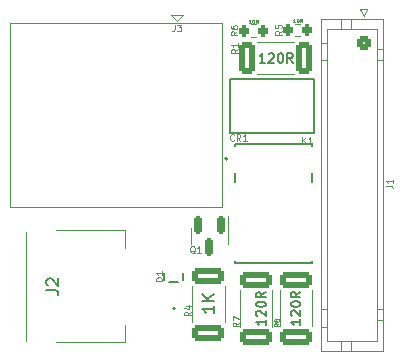
<source format=gbr>
%TF.GenerationSoftware,KiCad,Pcbnew,(6.0.5-0)*%
%TF.CreationDate,2022-06-16T12:53:31+02:00*%
%TF.ProjectId,Relay,52656c61-792e-46b6-9963-61645f706362,rev?*%
%TF.SameCoordinates,Original*%
%TF.FileFunction,Legend,Top*%
%TF.FilePolarity,Positive*%
%FSLAX46Y46*%
G04 Gerber Fmt 4.6, Leading zero omitted, Abs format (unit mm)*
G04 Created by KiCad (PCBNEW (6.0.5-0)) date 2022-06-16 12:53:31*
%MOMM*%
%LPD*%
G01*
G04 APERTURE LIST*
G04 Aperture macros list*
%AMRoundRect*
0 Rectangle with rounded corners*
0 $1 Rounding radius*
0 $2 $3 $4 $5 $6 $7 $8 $9 X,Y pos of 4 corners*
0 Add a 4 corners polygon primitive as box body*
4,1,4,$2,$3,$4,$5,$6,$7,$8,$9,$2,$3,0*
0 Add four circle primitives for the rounded corners*
1,1,$1+$1,$2,$3*
1,1,$1+$1,$4,$5*
1,1,$1+$1,$6,$7*
1,1,$1+$1,$8,$9*
0 Add four rect primitives between the rounded corners*
20,1,$1+$1,$2,$3,$4,$5,0*
20,1,$1+$1,$4,$5,$6,$7,0*
20,1,$1+$1,$6,$7,$8,$9,0*
20,1,$1+$1,$8,$9,$2,$3,0*%
G04 Aperture macros list end*
%ADD10C,0.150000*%
%ADD11C,0.080000*%
%ADD12C,0.060000*%
%ADD13C,0.050000*%
%ADD14C,0.120000*%
%ADD15C,0.127000*%
%ADD16C,0.200000*%
%ADD17O,0.650000X0.950000*%
%ADD18C,0.650000*%
%ADD19O,1.800000X0.950000*%
%ADD20O,1.400000X0.800000*%
%ADD21R,0.800000X0.300000*%
%ADD22R,1.800000X1.340000*%
%ADD23RoundRect,0.249999X-1.075001X0.450001X-1.075001X-0.450001X1.075001X-0.450001X1.075001X0.450001X0*%
%ADD24RoundRect,0.200000X0.200000X0.275000X-0.200000X0.275000X-0.200000X-0.275000X0.200000X-0.275000X0*%
%ADD25C,3.200000*%
%ADD26R,1.500000X1.500000*%
%ADD27C,1.500000*%
%ADD28RoundRect,0.150000X-0.150000X0.587500X-0.150000X-0.587500X0.150000X-0.587500X0.150000X0.587500X0*%
%ADD29R,1.200000X1.500000*%
%ADD30R,4.650000X4.150000*%
%ADD31RoundRect,0.250000X-0.350000X0.350000X-0.350000X-0.350000X0.350000X-0.350000X0.350000X0.350000X0*%
%ADD32C,1.200000*%
%ADD33R,1.458000X1.458000*%
%ADD34C,1.458000*%
%ADD35RoundRect,0.249999X0.450001X1.075001X-0.450001X1.075001X-0.450001X-1.075001X0.450001X-1.075001X0*%
G04 APERTURE END LIST*
D10*
X159694047Y-74871428D02*
X160455952Y-74871428D01*
%TO.C,J2*%
X149282380Y-75533333D02*
X149996666Y-75533333D01*
X150139523Y-75580952D01*
X150234761Y-75676190D01*
X150282380Y-75819047D01*
X150282380Y-75914285D01*
X149377619Y-75104761D02*
X149330000Y-75057142D01*
X149282380Y-74961904D01*
X149282380Y-74723809D01*
X149330000Y-74628571D01*
X149377619Y-74580952D01*
X149472857Y-74533333D01*
X149568095Y-74533333D01*
X149710952Y-74580952D01*
X150282380Y-75152380D01*
X150282380Y-74533333D01*
D11*
%TO.C,D1*%
X159098809Y-74755952D02*
X158548809Y-74755952D01*
X158548809Y-74625000D01*
X158575000Y-74546428D01*
X158627380Y-74494047D01*
X158679761Y-74467857D01*
X158784523Y-74441666D01*
X158863095Y-74441666D01*
X158967857Y-74467857D01*
X159020238Y-74494047D01*
X159072619Y-74546428D01*
X159098809Y-74625000D01*
X159098809Y-74755952D01*
X159098809Y-73917857D02*
X159098809Y-74232142D01*
X159098809Y-74075000D02*
X158548809Y-74075000D01*
X158627380Y-74127380D01*
X158679761Y-74179761D01*
X158705952Y-74232142D01*
D12*
%TO.C,R8*%
X168980952Y-78341666D02*
X168790476Y-78475000D01*
X168980952Y-78570238D02*
X168580952Y-78570238D01*
X168580952Y-78417857D01*
X168600000Y-78379761D01*
X168619047Y-78360714D01*
X168657142Y-78341666D01*
X168714285Y-78341666D01*
X168752380Y-78360714D01*
X168771428Y-78379761D01*
X168790476Y-78417857D01*
X168790476Y-78570238D01*
X168752380Y-78113095D02*
X168733333Y-78151190D01*
X168714285Y-78170238D01*
X168676190Y-78189285D01*
X168657142Y-78189285D01*
X168619047Y-78170238D01*
X168600000Y-78151190D01*
X168580952Y-78113095D01*
X168580952Y-78036904D01*
X168600000Y-77998809D01*
X168619047Y-77979761D01*
X168657142Y-77960714D01*
X168676190Y-77960714D01*
X168714285Y-77979761D01*
X168733333Y-77998809D01*
X168752380Y-78036904D01*
X168752380Y-78113095D01*
X168771428Y-78151190D01*
X168790476Y-78170238D01*
X168828571Y-78189285D01*
X168904761Y-78189285D01*
X168942857Y-78170238D01*
X168961904Y-78151190D01*
X168980952Y-78113095D01*
X168980952Y-78036904D01*
X168961904Y-77998809D01*
X168942857Y-77979761D01*
X168904761Y-77960714D01*
X168828571Y-77960714D01*
X168790476Y-77979761D01*
X168771428Y-77998809D01*
X168752380Y-78036904D01*
D10*
X170771904Y-77983333D02*
X170771904Y-78440476D01*
X170771904Y-78211904D02*
X169971904Y-78211904D01*
X170086190Y-78288095D01*
X170162380Y-78364285D01*
X170200476Y-78440476D01*
X170048095Y-77678571D02*
X170010000Y-77640476D01*
X169971904Y-77564285D01*
X169971904Y-77373809D01*
X170010000Y-77297619D01*
X170048095Y-77259523D01*
X170124285Y-77221428D01*
X170200476Y-77221428D01*
X170314761Y-77259523D01*
X170771904Y-77716666D01*
X170771904Y-77221428D01*
X169971904Y-76726190D02*
X169971904Y-76650000D01*
X170010000Y-76573809D01*
X170048095Y-76535714D01*
X170124285Y-76497619D01*
X170276666Y-76459523D01*
X170467142Y-76459523D01*
X170619523Y-76497619D01*
X170695714Y-76535714D01*
X170733809Y-76573809D01*
X170771904Y-76650000D01*
X170771904Y-76726190D01*
X170733809Y-76802380D01*
X170695714Y-76840476D01*
X170619523Y-76878571D01*
X170467142Y-76916666D01*
X170276666Y-76916666D01*
X170124285Y-76878571D01*
X170048095Y-76840476D01*
X170010000Y-76802380D01*
X169971904Y-76726190D01*
X170771904Y-75659523D02*
X170390952Y-75926190D01*
X170771904Y-76116666D02*
X169971904Y-76116666D01*
X169971904Y-75811904D01*
X170010000Y-75735714D01*
X170048095Y-75697619D01*
X170124285Y-75659523D01*
X170238571Y-75659523D01*
X170314761Y-75697619D01*
X170352857Y-75735714D01*
X170390952Y-75811904D01*
X170390952Y-76116666D01*
D11*
%TO.C,R7*%
X165598809Y-78266666D02*
X165336904Y-78450000D01*
X165598809Y-78580952D02*
X165048809Y-78580952D01*
X165048809Y-78371428D01*
X165075000Y-78319047D01*
X165101190Y-78292857D01*
X165153571Y-78266666D01*
X165232142Y-78266666D01*
X165284523Y-78292857D01*
X165310714Y-78319047D01*
X165336904Y-78371428D01*
X165336904Y-78580952D01*
X165048809Y-78083333D02*
X165048809Y-77716666D01*
X165598809Y-77952380D01*
D10*
X167836904Y-78013333D02*
X167836904Y-78470476D01*
X167836904Y-78241904D02*
X167036904Y-78241904D01*
X167151190Y-78318095D01*
X167227380Y-78394285D01*
X167265476Y-78470476D01*
X167113095Y-77708571D02*
X167075000Y-77670476D01*
X167036904Y-77594285D01*
X167036904Y-77403809D01*
X167075000Y-77327619D01*
X167113095Y-77289523D01*
X167189285Y-77251428D01*
X167265476Y-77251428D01*
X167379761Y-77289523D01*
X167836904Y-77746666D01*
X167836904Y-77251428D01*
X167036904Y-76756190D02*
X167036904Y-76680000D01*
X167075000Y-76603809D01*
X167113095Y-76565714D01*
X167189285Y-76527619D01*
X167341666Y-76489523D01*
X167532142Y-76489523D01*
X167684523Y-76527619D01*
X167760714Y-76565714D01*
X167798809Y-76603809D01*
X167836904Y-76680000D01*
X167836904Y-76756190D01*
X167798809Y-76832380D01*
X167760714Y-76870476D01*
X167684523Y-76908571D01*
X167532142Y-76946666D01*
X167341666Y-76946666D01*
X167189285Y-76908571D01*
X167113095Y-76870476D01*
X167075000Y-76832380D01*
X167036904Y-76756190D01*
X167836904Y-75689523D02*
X167455952Y-75956190D01*
X167836904Y-76146666D02*
X167036904Y-76146666D01*
X167036904Y-75841904D01*
X167075000Y-75765714D01*
X167113095Y-75727619D01*
X167189285Y-75689523D01*
X167303571Y-75689523D01*
X167379761Y-75727619D01*
X167417857Y-75765714D01*
X167455952Y-75841904D01*
X167455952Y-76146666D01*
D11*
%TO.C,R6*%
X165448809Y-53616666D02*
X165186904Y-53800000D01*
X165448809Y-53930952D02*
X164898809Y-53930952D01*
X164898809Y-53721428D01*
X164925000Y-53669047D01*
X164951190Y-53642857D01*
X165003571Y-53616666D01*
X165082142Y-53616666D01*
X165134523Y-53642857D01*
X165160714Y-53669047D01*
X165186904Y-53721428D01*
X165186904Y-53930952D01*
X164898809Y-53145238D02*
X164898809Y-53250000D01*
X164925000Y-53302380D01*
X164951190Y-53328571D01*
X165029761Y-53380952D01*
X165134523Y-53407142D01*
X165344047Y-53407142D01*
X165396428Y-53380952D01*
X165422619Y-53354761D01*
X165448809Y-53302380D01*
X165448809Y-53197619D01*
X165422619Y-53145238D01*
X165396428Y-53119047D01*
X165344047Y-53092857D01*
X165213095Y-53092857D01*
X165160714Y-53119047D01*
X165134523Y-53145238D01*
X165108333Y-53197619D01*
X165108333Y-53302380D01*
X165134523Y-53354761D01*
X165160714Y-53380952D01*
X165213095Y-53407142D01*
D13*
X166592857Y-52910714D02*
X166421428Y-52910714D01*
X166507142Y-52910714D02*
X166507142Y-52610714D01*
X166478571Y-52653571D01*
X166450000Y-52682142D01*
X166421428Y-52696428D01*
X166778571Y-52610714D02*
X166807142Y-52610714D01*
X166835714Y-52625000D01*
X166850000Y-52639285D01*
X166864285Y-52667857D01*
X166878571Y-52725000D01*
X166878571Y-52796428D01*
X166864285Y-52853571D01*
X166850000Y-52882142D01*
X166835714Y-52896428D01*
X166807142Y-52910714D01*
X166778571Y-52910714D01*
X166750000Y-52896428D01*
X166735714Y-52882142D01*
X166721428Y-52853571D01*
X166707142Y-52796428D01*
X166707142Y-52725000D01*
X166721428Y-52667857D01*
X166735714Y-52639285D01*
X166750000Y-52625000D01*
X166778571Y-52610714D01*
X167178571Y-52910714D02*
X167078571Y-52767857D01*
X167007142Y-52910714D02*
X167007142Y-52610714D01*
X167121428Y-52610714D01*
X167150000Y-52625000D01*
X167164285Y-52639285D01*
X167178571Y-52667857D01*
X167178571Y-52710714D01*
X167164285Y-52739285D01*
X167150000Y-52753571D01*
X167121428Y-52767857D01*
X167007142Y-52767857D01*
D11*
%TO.C,J3*%
X160146666Y-53048809D02*
X160146666Y-53441666D01*
X160120476Y-53520238D01*
X160068095Y-53572619D01*
X159989523Y-53598809D01*
X159937142Y-53598809D01*
X160356190Y-53048809D02*
X160696666Y-53048809D01*
X160513333Y-53258333D01*
X160591904Y-53258333D01*
X160644285Y-53284523D01*
X160670476Y-53310714D01*
X160696666Y-53363095D01*
X160696666Y-53494047D01*
X160670476Y-53546428D01*
X160644285Y-53572619D01*
X160591904Y-53598809D01*
X160434761Y-53598809D01*
X160382380Y-53572619D01*
X160356190Y-53546428D01*
%TO.C,Q1*%
X161847619Y-72401190D02*
X161795238Y-72375000D01*
X161742857Y-72322619D01*
X161664285Y-72244047D01*
X161611904Y-72217857D01*
X161559523Y-72217857D01*
X161585714Y-72348809D02*
X161533333Y-72322619D01*
X161480952Y-72270238D01*
X161454761Y-72165476D01*
X161454761Y-71982142D01*
X161480952Y-71877380D01*
X161533333Y-71825000D01*
X161585714Y-71798809D01*
X161690476Y-71798809D01*
X161742857Y-71825000D01*
X161795238Y-71877380D01*
X161821428Y-71982142D01*
X161821428Y-72165476D01*
X161795238Y-72270238D01*
X161742857Y-72322619D01*
X161690476Y-72348809D01*
X161585714Y-72348809D01*
X162345238Y-72348809D02*
X162030952Y-72348809D01*
X162188095Y-72348809D02*
X162188095Y-71798809D01*
X162135714Y-71877380D01*
X162083333Y-71929761D01*
X162030952Y-71955952D01*
%TO.C,R5*%
X169198809Y-53566666D02*
X168936904Y-53750000D01*
X169198809Y-53880952D02*
X168648809Y-53880952D01*
X168648809Y-53671428D01*
X168675000Y-53619047D01*
X168701190Y-53592857D01*
X168753571Y-53566666D01*
X168832142Y-53566666D01*
X168884523Y-53592857D01*
X168910714Y-53619047D01*
X168936904Y-53671428D01*
X168936904Y-53880952D01*
X168648809Y-53069047D02*
X168648809Y-53330952D01*
X168910714Y-53357142D01*
X168884523Y-53330952D01*
X168858333Y-53278571D01*
X168858333Y-53147619D01*
X168884523Y-53095238D01*
X168910714Y-53069047D01*
X168963095Y-53042857D01*
X169094047Y-53042857D01*
X169146428Y-53069047D01*
X169172619Y-53095238D01*
X169198809Y-53147619D01*
X169198809Y-53278571D01*
X169172619Y-53330952D01*
X169146428Y-53357142D01*
D13*
X170342857Y-52835714D02*
X170171428Y-52835714D01*
X170257142Y-52835714D02*
X170257142Y-52535714D01*
X170228571Y-52578571D01*
X170200000Y-52607142D01*
X170171428Y-52621428D01*
X170528571Y-52535714D02*
X170557142Y-52535714D01*
X170585714Y-52550000D01*
X170600000Y-52564285D01*
X170614285Y-52592857D01*
X170628571Y-52650000D01*
X170628571Y-52721428D01*
X170614285Y-52778571D01*
X170600000Y-52807142D01*
X170585714Y-52821428D01*
X170557142Y-52835714D01*
X170528571Y-52835714D01*
X170500000Y-52821428D01*
X170485714Y-52807142D01*
X170471428Y-52778571D01*
X170457142Y-52721428D01*
X170457142Y-52650000D01*
X170471428Y-52592857D01*
X170485714Y-52564285D01*
X170500000Y-52550000D01*
X170528571Y-52535714D01*
X170928571Y-52835714D02*
X170828571Y-52692857D01*
X170757142Y-52835714D02*
X170757142Y-52535714D01*
X170871428Y-52535714D01*
X170900000Y-52550000D01*
X170914285Y-52564285D01*
X170928571Y-52592857D01*
X170928571Y-52635714D01*
X170914285Y-52664285D01*
X170900000Y-52678571D01*
X170871428Y-52692857D01*
X170757142Y-52692857D01*
D11*
%TO.C,CR1*%
X165158333Y-62821428D02*
X165132142Y-62847619D01*
X165053571Y-62873809D01*
X165001190Y-62873809D01*
X164922619Y-62847619D01*
X164870238Y-62795238D01*
X164844047Y-62742857D01*
X164817857Y-62638095D01*
X164817857Y-62559523D01*
X164844047Y-62454761D01*
X164870238Y-62402380D01*
X164922619Y-62350000D01*
X165001190Y-62323809D01*
X165053571Y-62323809D01*
X165132142Y-62350000D01*
X165158333Y-62376190D01*
X165708333Y-62873809D02*
X165525000Y-62611904D01*
X165394047Y-62873809D02*
X165394047Y-62323809D01*
X165603571Y-62323809D01*
X165655952Y-62350000D01*
X165682142Y-62376190D01*
X165708333Y-62428571D01*
X165708333Y-62507142D01*
X165682142Y-62559523D01*
X165655952Y-62585714D01*
X165603571Y-62611904D01*
X165394047Y-62611904D01*
X166232142Y-62873809D02*
X165917857Y-62873809D01*
X166075000Y-62873809D02*
X166075000Y-62323809D01*
X166022619Y-62402380D01*
X165970238Y-62454761D01*
X165917857Y-62480952D01*
%TO.C,J1*%
X178048809Y-66708333D02*
X178441666Y-66708333D01*
X178520238Y-66734523D01*
X178572619Y-66786904D01*
X178598809Y-66865476D01*
X178598809Y-66917857D01*
X178598809Y-66158333D02*
X178598809Y-66472619D01*
X178598809Y-66315476D02*
X178048809Y-66315476D01*
X178127380Y-66367857D01*
X178179761Y-66420238D01*
X178205952Y-66472619D01*
%TO.C,R4*%
X161498809Y-77341666D02*
X161236904Y-77525000D01*
X161498809Y-77655952D02*
X160948809Y-77655952D01*
X160948809Y-77446428D01*
X160975000Y-77394047D01*
X161001190Y-77367857D01*
X161053571Y-77341666D01*
X161132142Y-77341666D01*
X161184523Y-77367857D01*
X161210714Y-77394047D01*
X161236904Y-77446428D01*
X161236904Y-77655952D01*
X161132142Y-76870238D02*
X161498809Y-76870238D01*
X160922619Y-77001190D02*
X161315476Y-77132142D01*
X161315476Y-76791666D01*
D10*
X163477380Y-76864285D02*
X163477380Y-77435714D01*
X163477380Y-77150000D02*
X162477380Y-77150000D01*
X162620238Y-77245238D01*
X162715476Y-77340476D01*
X162763095Y-77435714D01*
X163477380Y-76435714D02*
X162477380Y-76435714D01*
X163477380Y-75864285D02*
X162905952Y-76292857D01*
X162477380Y-75864285D02*
X163048809Y-76435714D01*
D11*
%TO.C,K1*%
X170944047Y-63098809D02*
X170944047Y-62548809D01*
X171258333Y-63098809D02*
X171022619Y-62784523D01*
X171258333Y-62548809D02*
X170944047Y-62863095D01*
X171782142Y-63098809D02*
X171467857Y-63098809D01*
X171625000Y-63098809D02*
X171625000Y-62548809D01*
X171572619Y-62627380D01*
X171520238Y-62679761D01*
X171467857Y-62705952D01*
%TO.C,R1*%
X165473809Y-55116666D02*
X165211904Y-55300000D01*
X165473809Y-55430952D02*
X164923809Y-55430952D01*
X164923809Y-55221428D01*
X164950000Y-55169047D01*
X164976190Y-55142857D01*
X165028571Y-55116666D01*
X165107142Y-55116666D01*
X165159523Y-55142857D01*
X165185714Y-55169047D01*
X165211904Y-55221428D01*
X165211904Y-55430952D01*
X165473809Y-54592857D02*
X165473809Y-54907142D01*
X165473809Y-54750000D02*
X164923809Y-54750000D01*
X165002380Y-54802380D01*
X165054761Y-54854761D01*
X165080952Y-54907142D01*
D10*
X167791666Y-56261904D02*
X167334523Y-56261904D01*
X167563095Y-56261904D02*
X167563095Y-55461904D01*
X167486904Y-55576190D01*
X167410714Y-55652380D01*
X167334523Y-55690476D01*
X168096428Y-55538095D02*
X168134523Y-55500000D01*
X168210714Y-55461904D01*
X168401190Y-55461904D01*
X168477380Y-55500000D01*
X168515476Y-55538095D01*
X168553571Y-55614285D01*
X168553571Y-55690476D01*
X168515476Y-55804761D01*
X168058333Y-56261904D01*
X168553571Y-56261904D01*
X169048809Y-55461904D02*
X169125000Y-55461904D01*
X169201190Y-55500000D01*
X169239285Y-55538095D01*
X169277380Y-55614285D01*
X169315476Y-55766666D01*
X169315476Y-55957142D01*
X169277380Y-56109523D01*
X169239285Y-56185714D01*
X169201190Y-56223809D01*
X169125000Y-56261904D01*
X169048809Y-56261904D01*
X168972619Y-56223809D01*
X168934523Y-56185714D01*
X168896428Y-56109523D01*
X168858333Y-55957142D01*
X168858333Y-55766666D01*
X168896428Y-55614285D01*
X168934523Y-55538095D01*
X168972619Y-55500000D01*
X169048809Y-55461904D01*
X170115476Y-56261904D02*
X169848809Y-55880952D01*
X169658333Y-56261904D02*
X169658333Y-55461904D01*
X169963095Y-55461904D01*
X170039285Y-55500000D01*
X170077380Y-55538095D01*
X170115476Y-55614285D01*
X170115476Y-55728571D01*
X170077380Y-55804761D01*
X170039285Y-55842857D01*
X169963095Y-55880952D01*
X169658333Y-55880952D01*
D14*
%TO.C,J2*%
X155900000Y-78450000D02*
X155900000Y-79950000D01*
X147530000Y-70600000D02*
X147530000Y-79800000D01*
X155900000Y-70450000D02*
X150130000Y-70450000D01*
X155900000Y-79950000D02*
X150130000Y-79950000D01*
X155900000Y-70450000D02*
X155900000Y-71950000D01*
D15*
%TO.C,D1*%
X159275000Y-74075000D02*
X159275000Y-74675000D01*
X160875000Y-74075000D02*
X160875000Y-74675000D01*
D16*
X160175000Y-77075000D02*
G75*
G03*
X160175000Y-77075000I-100000J0D01*
G01*
D14*
%TO.C,R8*%
X169050000Y-75522936D02*
X169050000Y-78577064D01*
X171770000Y-75522936D02*
X171770000Y-78577064D01*
%TO.C,R7*%
X165660000Y-75552936D02*
X165660000Y-78607064D01*
X168380000Y-75552936D02*
X168380000Y-78607064D01*
%TO.C,R6*%
X167037258Y-53027500D02*
X166562742Y-53027500D01*
X167037258Y-54072500D02*
X166562742Y-54072500D01*
%TO.C,J3*%
X164180000Y-68462500D02*
X146220000Y-68462500D01*
X146220000Y-52942500D02*
X146220000Y-68462500D01*
X164180000Y-52942500D02*
X146220000Y-52942500D01*
X160800000Y-52257500D02*
X159800000Y-52257500D01*
X159800000Y-52257500D02*
X160300000Y-52757500D01*
X164180000Y-68462500D02*
X164180000Y-52942500D01*
X160300000Y-52757500D02*
X160800000Y-52257500D01*
%TO.C,Q1*%
X161515000Y-70950000D02*
X161515000Y-71600000D01*
X164635000Y-70950000D02*
X164635000Y-71600000D01*
X161515000Y-70950000D02*
X161515000Y-70300000D01*
X164635000Y-70950000D02*
X164635000Y-69275000D01*
%TO.C,R5*%
X170787258Y-52952500D02*
X170312742Y-52952500D01*
X170787258Y-53997500D02*
X170312742Y-53997500D01*
D15*
%TO.C,CR1*%
X164854000Y-57654000D02*
X171966000Y-57654000D01*
X171966000Y-57654000D02*
X171966000Y-62226000D01*
X164854000Y-62226000D02*
X164854000Y-57654000D01*
X171966000Y-62226000D02*
X164854000Y-62226000D01*
D14*
%TO.C,J1*%
X175850000Y-51732500D02*
X176450000Y-51732500D01*
X172540000Y-80652500D02*
X177760000Y-80652500D01*
X173050000Y-53392500D02*
X173050000Y-79792500D01*
X173050000Y-79792500D02*
X177250000Y-79792500D01*
X174250000Y-52532500D02*
X174250000Y-53392500D01*
X172540000Y-78622500D02*
X173050000Y-78622500D01*
X177760000Y-80652500D02*
X177760000Y-52532500D01*
X172540000Y-56062500D02*
X173050000Y-56062500D01*
X175050000Y-80652500D02*
X175050000Y-79792500D01*
X177250000Y-79792500D02*
X177250000Y-53392500D01*
X176150000Y-52332500D02*
X175850000Y-51732500D01*
X177250000Y-53392500D02*
X173050000Y-53392500D01*
X176450000Y-51732500D02*
X176150000Y-52332500D01*
X177760000Y-52532500D02*
X172540000Y-52532500D01*
X172540000Y-77122500D02*
X173050000Y-77122500D01*
X172540000Y-52532500D02*
X172540000Y-80652500D01*
X177760000Y-55122500D02*
X177250000Y-55122500D01*
X175050000Y-52532500D02*
X175050000Y-53392500D01*
X177760000Y-77122500D02*
X177250000Y-77122500D01*
X177760000Y-78062500D02*
X177250000Y-78062500D01*
X172540000Y-54562500D02*
X173050000Y-54562500D01*
X177760000Y-56062500D02*
X177250000Y-56062500D01*
X174250000Y-80652500D02*
X174250000Y-79792500D01*
%TO.C,R4*%
X164360000Y-75197936D02*
X164360000Y-78252064D01*
X161640000Y-75197936D02*
X161640000Y-78252064D01*
D15*
%TO.C,K1*%
X165264500Y-66390000D02*
X165264500Y-65640000D01*
X171764500Y-63190000D02*
X165264500Y-63190000D01*
X165264500Y-73190000D02*
X165264500Y-73039000D01*
X171764500Y-65640000D02*
X171764500Y-66390000D01*
X171764500Y-73190000D02*
X171764500Y-73039000D01*
X165264500Y-63190000D02*
X165264500Y-63341000D01*
X171764500Y-63341000D02*
X171764500Y-63190000D01*
X165264500Y-73190000D02*
X171764500Y-73190000D01*
D16*
X164599500Y-64390000D02*
G75*
G03*
X164599500Y-64390000I-100000J0D01*
G01*
D14*
%TO.C,R1*%
X170202064Y-54515000D02*
X167147936Y-54515000D01*
X170202064Y-57235000D02*
X167147936Y-57235000D01*
%TD*%
%LPC*%
D17*
%TO.C,J2*%
X154890000Y-78800000D03*
D18*
X154890000Y-71600000D03*
D19*
X149130000Y-79690000D03*
D20*
X153640000Y-79330000D03*
X153640000Y-71070000D03*
D19*
X149130000Y-70710000D03*
D21*
X155600000Y-72450000D03*
X155600000Y-72950000D03*
X155600000Y-73450000D03*
X155600000Y-73950000D03*
X155600000Y-74450000D03*
X155600000Y-74950000D03*
X155600000Y-75450000D03*
X155600000Y-75950000D03*
X155600000Y-76450000D03*
X155600000Y-76950000D03*
X155600000Y-77450000D03*
X155600000Y-77950000D03*
D18*
X154240000Y-78000000D03*
X153540000Y-77600000D03*
X153540000Y-76800000D03*
X154240000Y-76400000D03*
X153540000Y-76000000D03*
X154240000Y-75600000D03*
X154240000Y-74800000D03*
X153540000Y-74400000D03*
X154240000Y-74000000D03*
X153540000Y-73600000D03*
X153540000Y-72800000D03*
X154240000Y-72400000D03*
%TD*%
D22*
%TO.C,D1*%
X160075000Y-72945000D03*
X160075000Y-75805000D03*
%TD*%
D23*
%TO.C,R8*%
X170410000Y-74650000D03*
X170410000Y-79450000D03*
%TD*%
%TO.C,R7*%
X167020000Y-74680000D03*
X167020000Y-79480000D03*
%TD*%
D24*
%TO.C,R6*%
X167625000Y-53550000D03*
X165975000Y-53550000D03*
%TD*%
D25*
%TO.C,J3*%
X153950000Y-54987500D03*
X153950000Y-66417500D03*
D26*
X160300000Y-56257500D03*
D27*
X162840000Y-57527500D03*
X160300000Y-58797500D03*
X162840000Y-60067500D03*
X160300000Y-61337500D03*
X162840000Y-62607500D03*
X160300000Y-63877500D03*
X162840000Y-65147500D03*
%TD*%
D28*
%TO.C,Q1*%
X164025000Y-70012500D03*
X162125000Y-70012500D03*
X163075000Y-71887500D03*
%TD*%
D24*
%TO.C,R5*%
X171375000Y-53475000D03*
X169725000Y-53475000D03*
%TD*%
D29*
%TO.C,CR1*%
X165660000Y-60925000D03*
X165660000Y-58955000D03*
D30*
X169410000Y-59940000D03*
%TD*%
D31*
%TO.C,J1*%
X176150000Y-54592500D03*
D32*
X174150000Y-54592500D03*
X176150000Y-56592500D03*
X174150000Y-56592500D03*
X176150000Y-58592500D03*
X174150000Y-58592500D03*
X176150000Y-60592500D03*
X174150000Y-60592500D03*
X176150000Y-62592500D03*
X174150000Y-62592500D03*
X176150000Y-64592500D03*
X174150000Y-64592500D03*
X176150000Y-66592500D03*
X174150000Y-66592500D03*
X176150000Y-68592500D03*
X174150000Y-68592500D03*
X176150000Y-70592500D03*
X174150000Y-70592500D03*
X176150000Y-72592500D03*
X174150000Y-72592500D03*
X176150000Y-74592500D03*
X174150000Y-74592500D03*
X176150000Y-76592500D03*
X174150000Y-76592500D03*
X176150000Y-78592500D03*
X174150000Y-78592500D03*
%TD*%
D23*
%TO.C,R4*%
X163000000Y-74325000D03*
X163000000Y-79125000D03*
%TD*%
D33*
%TO.C,K1*%
X165974500Y-64390000D03*
D34*
X165974500Y-67590000D03*
X165974500Y-69790000D03*
X165974500Y-71990000D03*
X171054500Y-71990000D03*
X171054500Y-69790000D03*
X171054500Y-67590000D03*
X171054500Y-64390000D03*
%TD*%
D35*
%TO.C,R1*%
X171075000Y-55875000D03*
X166275000Y-55875000D03*
%TD*%
M02*

</source>
